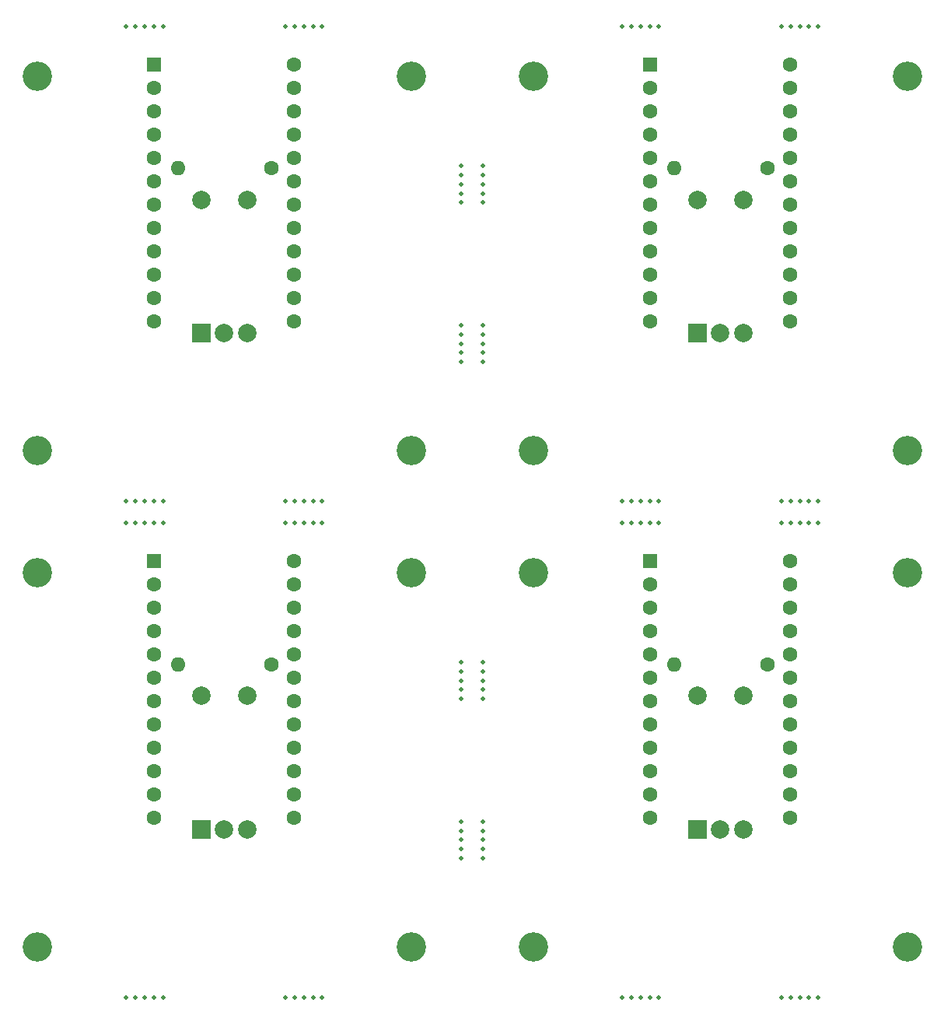
<source format=gbr>
%TF.GenerationSoftware,KiCad,Pcbnew,(6.0.0)*%
%TF.CreationDate,2022-01-01T21:56:53+01:00*%
%TF.ProjectId,VolumeKnob,566f6c75-6d65-44b6-9e6f-622e6b696361,rev?*%
%TF.SameCoordinates,Original*%
%TF.FileFunction,Soldermask,Bot*%
%TF.FilePolarity,Negative*%
%FSLAX46Y46*%
G04 Gerber Fmt 4.6, Leading zero omitted, Abs format (unit mm)*
G04 Created by KiCad (PCBNEW (6.0.0)) date 2022-01-01 21:56:53*
%MOMM*%
%LPD*%
G01*
G04 APERTURE LIST*
%ADD10C,0.500000*%
%ADD11R,1.600000X1.600000*%
%ADD12C,1.600000*%
%ADD13C,3.200000*%
%ADD14R,2.000000X2.000000*%
%ADD15C,2.000000*%
%ADD16O,1.600000X1.600000*%
G04 APERTURE END LIST*
D10*
%TO.C,REF\u002A\u002A*%
X78201003Y-41333664D03*
%TD*%
D11*
%TO.C,U1*%
X96330004Y-28319997D03*
D12*
X96330004Y-30859997D03*
X96330004Y-33399997D03*
X96330004Y-35939997D03*
X96330004Y-38479997D03*
X96330004Y-41019997D03*
X96330004Y-43559997D03*
X96330004Y-46099997D03*
X96330004Y-48639997D03*
X96330004Y-51179997D03*
X96330004Y-53719997D03*
X96330004Y-56259997D03*
X111570004Y-56259997D03*
X111570004Y-53719997D03*
X111570004Y-51179997D03*
X111570004Y-48639997D03*
X111570004Y-46099997D03*
X111570004Y-43559997D03*
X111570004Y-41019997D03*
X111570004Y-38479997D03*
X111570004Y-35939997D03*
X111570004Y-33399997D03*
X111570004Y-30859997D03*
X111570004Y-28319997D03*
%TD*%
D10*
%TO.C,REF\u002A\u002A*%
X75798997Y-112666335D03*
%TD*%
%TO.C,REF\u002A\u002A*%
X40333664Y-75798997D03*
%TD*%
%TO.C,REF\u002A\u002A*%
X75798999Y-42333664D03*
%TD*%
%TO.C,REF\u002A\u002A*%
X78201003Y-93333667D03*
%TD*%
%TO.C,REF\u002A\u002A*%
X97333668Y-75798997D03*
%TD*%
%TO.C,REF\u002A\u002A*%
X75798997Y-59666332D03*
%TD*%
%TO.C,REF\u002A\u002A*%
X97333667Y-78201000D03*
%TD*%
%TO.C,REF\u002A\u002A*%
X43333664Y-24200999D03*
%TD*%
%TO.C,REF\u002A\u002A*%
X39333664Y-24200999D03*
%TD*%
%TO.C,REF\u002A\u002A*%
X78201002Y-43333664D03*
%TD*%
D11*
%TO.C,U1*%
X42329997Y-82320003D03*
D12*
X42329997Y-84860003D03*
X42329997Y-87400003D03*
X42329997Y-89940003D03*
X42329997Y-92480003D03*
X42329997Y-95020003D03*
X42329997Y-97560003D03*
X42329997Y-100100003D03*
X42329997Y-102640003D03*
X42329997Y-105180003D03*
X42329997Y-107720003D03*
X42329997Y-110260003D03*
X57569997Y-110260003D03*
X57569997Y-107720003D03*
X57569997Y-105180003D03*
X57569997Y-102640003D03*
X57569997Y-100100003D03*
X57569997Y-97560003D03*
X57569997Y-95020003D03*
X57569997Y-92480003D03*
X57569997Y-89940003D03*
X57569997Y-87400003D03*
X57569997Y-84860003D03*
X57569997Y-82320003D03*
%TD*%
D10*
%TO.C,REF\u002A\u002A*%
X78201001Y-110666335D03*
%TD*%
%TO.C,REF\u002A\u002A*%
X43333664Y-75798997D03*
%TD*%
%TO.C,REF\u002A\u002A*%
X59666332Y-78201002D03*
%TD*%
D11*
%TO.C,U1*%
X42329997Y-28319997D03*
D12*
X42329997Y-30859997D03*
X42329997Y-33399997D03*
X42329997Y-35939997D03*
X42329997Y-38479997D03*
X42329997Y-41019997D03*
X42329997Y-43559997D03*
X42329997Y-46099997D03*
X42329997Y-48639997D03*
X42329997Y-51179997D03*
X42329997Y-53719997D03*
X42329997Y-56259997D03*
X57569997Y-56259997D03*
X57569997Y-53719997D03*
X57569997Y-51179997D03*
X57569997Y-48639997D03*
X57569997Y-46099997D03*
X57569997Y-43559997D03*
X57569997Y-41019997D03*
X57569997Y-38479997D03*
X57569997Y-35939997D03*
X57569997Y-33399997D03*
X57569997Y-30859997D03*
X57569997Y-28319997D03*
%TD*%
D10*
%TO.C,REF\u002A\u002A*%
X75798997Y-57666332D03*
%TD*%
%TO.C,REF\u002A\u002A*%
X78201000Y-57666332D03*
%TD*%
%TO.C,REF\u002A\u002A*%
X75798999Y-93333667D03*
%TD*%
%TO.C,REF\u002A\u002A*%
X110666336Y-24200997D03*
%TD*%
%TO.C,REF\u002A\u002A*%
X40333664Y-129799002D03*
%TD*%
%TO.C,REF\u002A\u002A*%
X60666332Y-24200997D03*
%TD*%
%TO.C,REF\u002A\u002A*%
X112666335Y-78201002D03*
%TD*%
%TO.C,REF\u002A\u002A*%
X112666336Y-24200997D03*
%TD*%
%TO.C,REF\u002A\u002A*%
X78201003Y-39333664D03*
%TD*%
%TO.C,REF\u002A\u002A*%
X75798997Y-111666335D03*
%TD*%
%TO.C,REF\u002A\u002A*%
X75798999Y-95333667D03*
%TD*%
%TO.C,REF\u002A\u002A*%
X43333664Y-129799002D03*
%TD*%
%TO.C,REF\u002A\u002A*%
X60666332Y-129799000D03*
%TD*%
%TO.C,REF\u002A\u002A*%
X94333668Y-24200999D03*
%TD*%
D13*
%TO.C,REF\u002A\u002A*%
X124350004Y-124310003D03*
%TD*%
D10*
%TO.C,REF\u002A\u002A*%
X41333664Y-75798997D03*
%TD*%
%TO.C,REF\u002A\u002A*%
X58666332Y-24200997D03*
%TD*%
%TO.C,REF\u002A\u002A*%
X111666335Y-78201002D03*
%TD*%
%TO.C,REF\u002A\u002A*%
X111666336Y-24200997D03*
%TD*%
%TO.C,REF\u002A\u002A*%
X113666335Y-129799000D03*
%TD*%
D14*
%TO.C,SW1*%
X101500004Y-57499997D03*
D15*
X106500004Y-57499997D03*
X104000004Y-57499997D03*
X101500004Y-42999997D03*
X106500004Y-42999997D03*
%TD*%
D10*
%TO.C,REF\u002A\u002A*%
X114666335Y-129799000D03*
%TD*%
%TO.C,REF\u002A\u002A*%
X75798999Y-41333664D03*
%TD*%
D13*
%TO.C,REF\u002A\u002A*%
X83630004Y-124340003D03*
%TD*%
D10*
%TO.C,REF\u002A\u002A*%
X111666336Y-75798999D03*
%TD*%
D13*
%TO.C,REF\u002A\u002A*%
X70349997Y-83600003D03*
%TD*%
D10*
%TO.C,REF\u002A\u002A*%
X96333667Y-129799002D03*
%TD*%
%TO.C,REF\u002A\u002A*%
X42333664Y-129799002D03*
%TD*%
%TO.C,REF\u002A\u002A*%
X56666332Y-129799000D03*
%TD*%
%TO.C,REF\u002A\u002A*%
X58666332Y-78201002D03*
%TD*%
%TO.C,REF\u002A\u002A*%
X93333668Y-24200999D03*
%TD*%
%TO.C,REF\u002A\u002A*%
X112666335Y-129799000D03*
%TD*%
%TO.C,REF\u002A\u002A*%
X75798999Y-40333664D03*
%TD*%
%TO.C,REF\u002A\u002A*%
X78201003Y-40333664D03*
%TD*%
%TO.C,REF\u002A\u002A*%
X78201001Y-56666332D03*
%TD*%
%TO.C,REF\u002A\u002A*%
X96333668Y-75798997D03*
%TD*%
%TO.C,REF\u002A\u002A*%
X75798997Y-58666332D03*
%TD*%
%TO.C,REF\u002A\u002A*%
X57666332Y-75798999D03*
%TD*%
%TO.C,REF\u002A\u002A*%
X40333664Y-78201000D03*
%TD*%
D14*
%TO.C,SW1*%
X47499997Y-111500003D03*
D15*
X52499997Y-111500003D03*
X49999997Y-111500003D03*
X47499997Y-97000003D03*
X52499997Y-97000003D03*
%TD*%
D10*
%TO.C,REF\u002A\u002A*%
X78201002Y-97333667D03*
%TD*%
%TO.C,REF\u002A\u002A*%
X78201000Y-60666332D03*
%TD*%
%TO.C,REF\u002A\u002A*%
X43333664Y-78201000D03*
%TD*%
%TO.C,REF\u002A\u002A*%
X94333667Y-129799002D03*
%TD*%
%TO.C,REF\u002A\u002A*%
X58666332Y-75798999D03*
%TD*%
D13*
%TO.C,REF\u002A\u002A*%
X124350004Y-70309997D03*
%TD*%
D10*
%TO.C,REF\u002A\u002A*%
X95333668Y-24200999D03*
%TD*%
D12*
%TO.C,R1*%
X109110004Y-93600003D03*
D16*
X98950004Y-93600003D03*
%TD*%
D10*
%TO.C,REF\u002A\u002A*%
X41333664Y-78201000D03*
%TD*%
D14*
%TO.C,SW1*%
X47499997Y-57499997D03*
D15*
X52499997Y-57499997D03*
X49999997Y-57499997D03*
X47499997Y-42999997D03*
X52499997Y-42999997D03*
%TD*%
D10*
%TO.C,REF\u002A\u002A*%
X78201000Y-111666335D03*
%TD*%
%TO.C,REF\u002A\u002A*%
X39333664Y-129799002D03*
%TD*%
%TO.C,REF\u002A\u002A*%
X78201003Y-96333667D03*
%TD*%
D13*
%TO.C,REF\u002A\u002A*%
X70349997Y-70309997D03*
%TD*%
%TO.C,REF\u002A\u002A*%
X29629997Y-124340003D03*
%TD*%
D10*
%TO.C,REF\u002A\u002A*%
X75798999Y-39333664D03*
%TD*%
%TO.C,REF\u002A\u002A*%
X110666335Y-78201002D03*
%TD*%
%TO.C,REF\u002A\u002A*%
X95333667Y-129799002D03*
%TD*%
%TO.C,REF\u002A\u002A*%
X114666336Y-24200997D03*
%TD*%
D13*
%TO.C,REF\u002A\u002A*%
X124350004Y-83600003D03*
%TD*%
D10*
%TO.C,REF\u002A\u002A*%
X78201003Y-42333664D03*
%TD*%
%TO.C,REF\u002A\u002A*%
X94333668Y-75798997D03*
%TD*%
%TO.C,REF\u002A\u002A*%
X42333664Y-24200999D03*
%TD*%
%TO.C,REF\u002A\u002A*%
X97333668Y-24200999D03*
%TD*%
%TO.C,REF\u002A\u002A*%
X58666332Y-129799000D03*
%TD*%
%TO.C,REF\u002A\u002A*%
X59666332Y-75798999D03*
%TD*%
%TO.C,REF\u002A\u002A*%
X60666332Y-78201002D03*
%TD*%
%TO.C,REF\u002A\u002A*%
X95333668Y-75798997D03*
%TD*%
D13*
%TO.C,REF\u002A\u002A*%
X70349997Y-124310003D03*
%TD*%
D10*
%TO.C,REF\u002A\u002A*%
X39333664Y-78201000D03*
%TD*%
%TO.C,REF\u002A\u002A*%
X56666332Y-75798999D03*
%TD*%
%TO.C,REF\u002A\u002A*%
X75798999Y-96333667D03*
%TD*%
D13*
%TO.C,REF\u002A\u002A*%
X83630004Y-83600003D03*
%TD*%
D10*
%TO.C,REF\u002A\u002A*%
X41333664Y-129799002D03*
%TD*%
%TO.C,REF\u002A\u002A*%
X111666335Y-129799000D03*
%TD*%
%TO.C,REF\u002A\u002A*%
X96333667Y-78201000D03*
%TD*%
%TO.C,REF\u002A\u002A*%
X57666332Y-78201002D03*
%TD*%
%TO.C,REF\u002A\u002A*%
X57666332Y-24200997D03*
%TD*%
%TO.C,REF\u002A\u002A*%
X78201003Y-95333667D03*
%TD*%
%TO.C,REF\u002A\u002A*%
X113666335Y-78201002D03*
%TD*%
%TO.C,REF\u002A\u002A*%
X78201000Y-113666335D03*
%TD*%
%TO.C,REF\u002A\u002A*%
X113666336Y-75798999D03*
%TD*%
%TO.C,REF\u002A\u002A*%
X114666335Y-78201002D03*
%TD*%
%TO.C,REF\u002A\u002A*%
X39333664Y-75798997D03*
%TD*%
%TO.C,REF\u002A\u002A*%
X75798999Y-43333664D03*
%TD*%
D12*
%TO.C,R1*%
X55109997Y-39599997D03*
D16*
X44949997Y-39599997D03*
%TD*%
D13*
%TO.C,REF\u002A\u002A*%
X29629997Y-29599997D03*
%TD*%
D10*
%TO.C,REF\u002A\u002A*%
X94333667Y-78201000D03*
%TD*%
%TO.C,REF\u002A\u002A*%
X75798997Y-110666335D03*
%TD*%
%TO.C,REF\u002A\u002A*%
X110666336Y-75798999D03*
%TD*%
D13*
%TO.C,REF\u002A\u002A*%
X29629997Y-70339997D03*
%TD*%
D10*
%TO.C,REF\u002A\u002A*%
X78201003Y-94333667D03*
%TD*%
%TO.C,REF\u002A\u002A*%
X78201000Y-58666332D03*
%TD*%
%TO.C,REF\u002A\u002A*%
X60666332Y-75798999D03*
%TD*%
%TO.C,REF\u002A\u002A*%
X75798997Y-114666335D03*
%TD*%
%TO.C,REF\u002A\u002A*%
X93333667Y-129799002D03*
%TD*%
%TO.C,REF\u002A\u002A*%
X75798997Y-113666335D03*
%TD*%
%TO.C,REF\u002A\u002A*%
X78201000Y-112666335D03*
%TD*%
D13*
%TO.C,REF\u002A\u002A*%
X29629997Y-83600003D03*
%TD*%
D10*
%TO.C,REF\u002A\u002A*%
X42333664Y-78201000D03*
%TD*%
D13*
%TO.C,REF\u002A\u002A*%
X83630004Y-29599997D03*
%TD*%
D10*
%TO.C,REF\u002A\u002A*%
X56666332Y-24200997D03*
%TD*%
D14*
%TO.C,SW1*%
X101500004Y-111500003D03*
D15*
X106500004Y-111500003D03*
X104000004Y-111500003D03*
X101500004Y-97000003D03*
X106500004Y-97000003D03*
%TD*%
D10*
%TO.C,REF\u002A\u002A*%
X59666332Y-129799000D03*
%TD*%
%TO.C,REF\u002A\u002A*%
X78201000Y-114666335D03*
%TD*%
%TO.C,REF\u002A\u002A*%
X114666336Y-75798999D03*
%TD*%
%TO.C,REF\u002A\u002A*%
X40333664Y-24200999D03*
%TD*%
%TO.C,REF\u002A\u002A*%
X96333668Y-24200999D03*
%TD*%
%TO.C,REF\u002A\u002A*%
X75798997Y-56666332D03*
%TD*%
%TO.C,REF\u002A\u002A*%
X41333664Y-24200999D03*
%TD*%
D12*
%TO.C,R1*%
X55109997Y-93600003D03*
D16*
X44949997Y-93600003D03*
%TD*%
D10*
%TO.C,REF\u002A\u002A*%
X75798999Y-94333667D03*
%TD*%
%TO.C,REF\u002A\u002A*%
X112666336Y-75798999D03*
%TD*%
%TO.C,REF\u002A\u002A*%
X78201000Y-59666332D03*
%TD*%
%TO.C,REF\u002A\u002A*%
X59666332Y-24200997D03*
%TD*%
%TO.C,REF\u002A\u002A*%
X110666335Y-129799000D03*
%TD*%
D13*
%TO.C,REF\u002A\u002A*%
X70349997Y-29599997D03*
%TD*%
D10*
%TO.C,REF\u002A\u002A*%
X56666332Y-78201002D03*
%TD*%
%TO.C,REF\u002A\u002A*%
X97333667Y-129799002D03*
%TD*%
%TO.C,REF\u002A\u002A*%
X93333667Y-78201000D03*
%TD*%
D13*
%TO.C,REF\u002A\u002A*%
X124350004Y-29599997D03*
%TD*%
D10*
%TO.C,REF\u002A\u002A*%
X75798999Y-97333667D03*
%TD*%
D13*
%TO.C,REF\u002A\u002A*%
X83630004Y-70339997D03*
%TD*%
D12*
%TO.C,R1*%
X109110004Y-39599997D03*
D16*
X98950004Y-39599997D03*
%TD*%
D10*
%TO.C,REF\u002A\u002A*%
X42333664Y-75798997D03*
%TD*%
D11*
%TO.C,U1*%
X96330004Y-82320003D03*
D12*
X96330004Y-84860003D03*
X96330004Y-87400003D03*
X96330004Y-89940003D03*
X96330004Y-92480003D03*
X96330004Y-95020003D03*
X96330004Y-97560003D03*
X96330004Y-100100003D03*
X96330004Y-102640003D03*
X96330004Y-105180003D03*
X96330004Y-107720003D03*
X96330004Y-110260003D03*
X111570004Y-110260003D03*
X111570004Y-107720003D03*
X111570004Y-105180003D03*
X111570004Y-102640003D03*
X111570004Y-100100003D03*
X111570004Y-97560003D03*
X111570004Y-95020003D03*
X111570004Y-92480003D03*
X111570004Y-89940003D03*
X111570004Y-87400003D03*
X111570004Y-84860003D03*
X111570004Y-82320003D03*
%TD*%
D10*
%TO.C,REF\u002A\u002A*%
X57666332Y-129799000D03*
%TD*%
%TO.C,REF\u002A\u002A*%
X75798997Y-60666332D03*
%TD*%
%TO.C,REF\u002A\u002A*%
X113666336Y-24200997D03*
%TD*%
%TO.C,REF\u002A\u002A*%
X93333668Y-75798997D03*
%TD*%
%TO.C,REF\u002A\u002A*%
X95333667Y-78201000D03*
%TD*%
M02*

</source>
